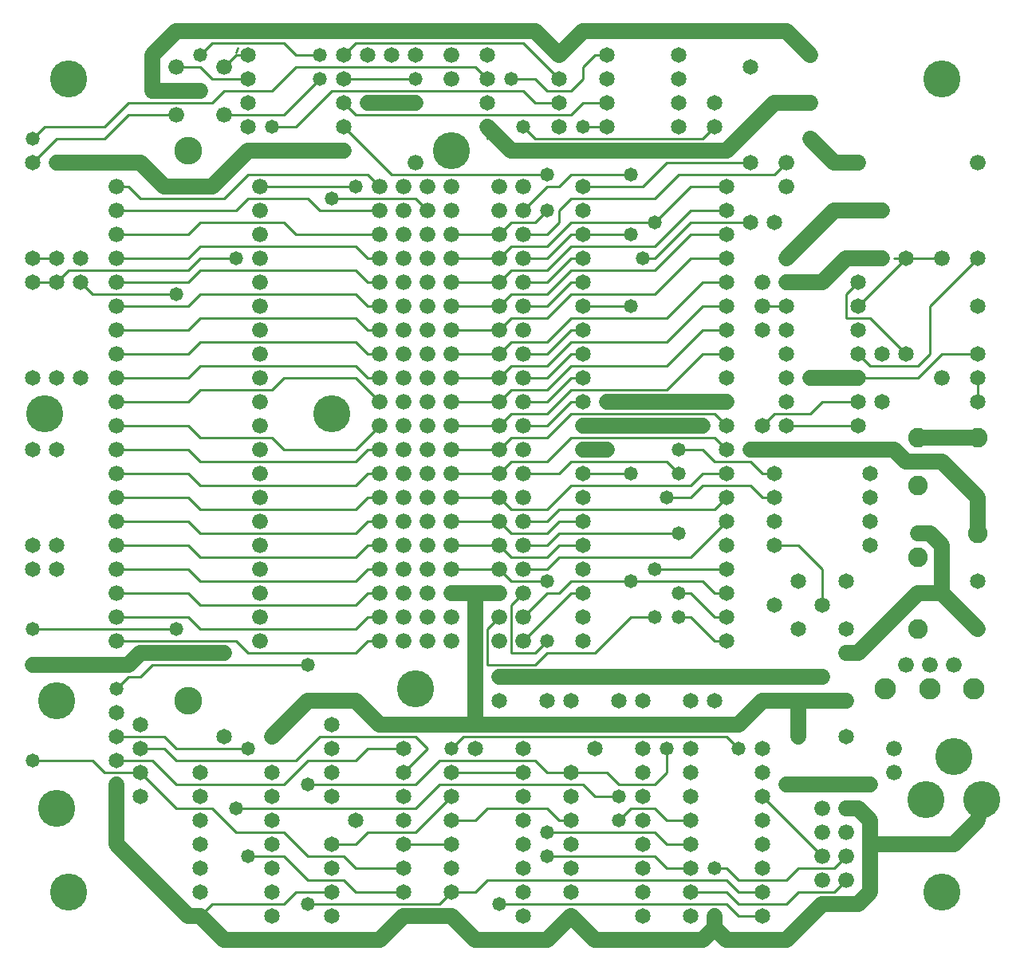
<source format=gbl>
%MOIN*%
%FSLAX25Y25*%
G04 D10 used for Character Trace; *
G04     Circle (OD=.01000) (No hole)*
G04 D11 used for Power Trace; *
G04     Circle (OD=.06700) (No hole)*
G04 D12 used for Signal Trace; *
G04     Circle (OD=.01100) (No hole)*
G04 D13 used for Via; *
G04     Circle (OD=.05800) (Round. Hole ID=.02800)*
G04 D14 used for Component hole; *
G04     Circle (OD=.06500) (Round. Hole ID=.03500)*
G04 D15 used for Component hole; *
G04     Circle (OD=.06600) (Round. Hole ID=.04200)*
G04 D16 used for Component hole; *
G04     Circle (OD=.08200) (Round. Hole ID=.05200)*
G04 D17 used for Component hole; *
G04     Circle (OD=.08950) (Round. Hole ID=.05950)*
G04 D18 used for Component hole; *
G04     Circle (OD=.11600) (Round. Hole ID=.08600)*
G04 D19 used for Component hole; *
G04     Circle (OD=.15500) (Round. Hole ID=.12500)*
G04 D20 used for Component hole; *
G04     Circle (OD=.18200) (Round. Hole ID=.15200)*
G04 D21 used for Component hole; *
G04     Circle (OD=.24300) (Round. Hole ID=.21300)*
%ADD10C,.01000*%
%ADD11C,.06700*%
%ADD12C,.01100*%
%ADD13C,.05800*%
%ADD14C,.06500*%
%ADD15C,.06600*%
%ADD16C,.08200*%
%ADD17C,.08950*%
%ADD18C,.11600*%
%ADD19C,.15500*%
%ADD20C,.18200*%
%ADD21C,.24300*%
%IPPOS*%
%LPD*%
G90*X0Y0D02*D19*X25000Y25000D03*D11*X65000D02*    
X45000Y45000D01*D13*X65000Y25000D03*D11*          
X75000Y15000D01*X80000D01*D14*D03*D11*            
X90000Y5000D01*X155000D01*X165000Y15000D01*D14*   
D03*D11*X185000D01*D14*D03*D11*X195000Y5000D01*   
X225000D01*X235000Y15000D01*D14*D03*D11*          
X245000Y5000D01*X290000D01*X295000Y10000D01*      
X300000Y5000D01*X325000D01*X340000Y20000D01*D15*  
D03*D11*X350000D01*D15*D03*D11*X355000D01*        
X360000Y25000D01*Y45000D01*X395000D01*            
X405000Y55000D01*X406700Y63500D01*D19*D03*        
X395000Y81500D03*X383300Y63500D03*D15*            
X370000Y85000D03*Y75000D03*D19*X390000Y25000D03*  
D13*X360000Y70000D03*D11*X325000D01*D13*D03*D14*  
X315000Y75000D03*Y65000D03*D12*X340000Y40000D01*  
D15*D03*D12*X330000Y35000D02*X345000D01*          
X325000Y30000D02*X330000Y35000D01*                
X305000Y30000D02*X325000D01*X305000D02*           
X300000Y35000D01*X295000D01*D13*D03*D12*          
X305000Y25000D02*X300000Y30000D01*                
X305000Y25000D02*X315000D01*D14*D03*D12*          
X305000Y15000D02*X315000D01*D14*D03*D12*          
X305000Y20000D02*X325000D01*X330000Y25000D01*     
X345000D01*X350000Y30000D01*D15*D03*D12*          
X345000Y35000D02*X350000Y40000D01*D15*D03*        
X340000Y50000D03*Y30000D03*X350000Y50000D03*D11*  
X360000Y45000D02*Y55000D01*X355000Y60000D01*      
X350000D01*D15*D03*X340000D03*D14*                
X350000Y90000D03*X330000D03*D11*Y105000D01*       
X315000D01*D14*D03*D11*X305000Y95000D01*D13*D03*  
D11*X265000D01*D13*D03*D11*X215000D01*D13*D03*D11*
X195000D01*X165000D01*D14*D03*D11*X155000D01*     
X145000Y105000D01*X125000D01*X110000Y90000D01*D14*
D03*D12*X70000Y80000D02*X120000D01*X70000D02*     
X65000Y85000D01*X55000D01*D14*D03*D12*            
X70000Y70000D02*X60000Y80000D01*X70000Y70000D02*  
X115000D01*X125000Y80000D01*X145000D01*           
X150000Y85000D01*X165000D01*D14*D03*D12*          
X175000D02*X170000Y90000D01*X165000Y75000D02*     
X175000Y85000D01*D14*X165000Y75000D03*D12*        
X125000Y70000D02*X170000D01*D13*X125000D03*D14*   
X135000Y65000D03*Y75000D03*D12*X120000Y80000D02*  
X130000Y90000D01*X170000D01*Y70000D02*            
X180000Y80000D01*D14*X165000Y65000D03*D12*        
X180000Y80000D02*X220000D01*X225000Y75000D01*     
X235000D01*D14*D03*D12*X250000D01*                
X255000Y70000D01*X270000D01*X275000Y75000D01*     
Y85000D01*D13*D03*D14*X285000Y75000D03*X265000D03*
X285000Y85000D03*X265000D03*X295000Y105000D03*    
X255000D03*D13*Y65000D03*D12*X245000D01*          
X240000Y70000D01*X180000D01*X170000Y60000D01*     
X95000D01*D13*D03*D12*Y50000D02*X85000Y60000D01*  
X95000Y50000D02*X115000D01*X125000Y40000D01*      
X140000D01*X145000Y35000D01*X165000D01*D14*D03*   
Y45000D03*D12*X185000D01*D14*D03*D12*Y55000D02*   
X195000D01*D14*X185000D03*D12*X195000D02*         
X200000Y60000D01*X225000D01*X230000Y55000D01*     
X235000D01*D14*D03*Y65000D03*Y45000D03*D13*       
X225000Y50000D03*D12*X270000D01*X275000Y45000D01* 
X285000D01*D14*D03*D12*X275000Y55000D02*          
X285000D01*D14*D03*Y65000D03*D12*X275000Y55000D02*
X270000Y60000D01*X260000D01*X255000Y55000D01*D13* 
D03*D14*X265000Y45000D03*Y65000D03*Y55000D03*D12* 
X275000Y35000D02*X270000Y40000D01*                
X275000Y35000D02*X285000D01*D14*D03*Y25000D03*D12*
X300000D01*X305000Y20000D01*Y15000D02*            
X300000Y20000D01*X205000D01*D13*D03*D14*          
X215000Y15000D03*D12*X185000Y25000D02*X195000D01* 
D14*X185000D03*D12*X180000Y20000D01*X125000D01*   
D13*D03*D12*X115000D02*X120000Y25000D01*          
X85000Y20000D02*X115000D01*X80000Y15000D02*       
X85000Y20000D01*D14*X80000Y25000D03*Y35000D03*D13*
X100000Y40000D03*D12*X115000D01*X125000Y30000D01* 
X140000D01*X145000Y25000D01*X165000D01*D14*D03*   
D12*X135000Y45000D02*X145000D01*D14*X135000D03*   
X145000Y55000D03*D12*Y45000D02*X150000Y50000D01*  
X170000D01*X185000Y65000D01*D14*D03*Y75000D03*D12*
X215000D01*D14*D03*Y85000D03*Y65000D03*D11*       
X195000Y95000D02*Y150000D01*X185000D01*D15*D03*   
X175000Y160000D03*Y140000D03*D11*                 
X195000Y150000D02*X205000D01*D15*D03*D12*         
X210000Y125000D02*Y145000D01*Y125000D02*          
X220000D01*X225000Y130000D01*D13*D03*D12*         
X220000Y120000D02*X225000Y125000D01*              
X200000Y120000D02*X220000D01*X200000D02*          
Y135000D01*X205000Y140000D01*D15*D03*D12*         
X210000Y145000D02*X215000Y150000D01*D15*D03*D12*  
X210000Y155000D02*X225000D01*D13*D03*D12*         
Y150000D02*X230000D01*X215000Y140000D02*          
X225000Y150000D01*D15*X215000Y140000D03*          
X205000Y130000D03*X215000D03*D12*                 
X235000Y150000D01*X240000D01*D14*D03*D12*         
X230000D02*X235000Y155000D01*X260000D01*D13*D03*  
D12*X290000D01*X295000Y150000D01*X300000D01*D14*  
D03*D12*X295000Y140000D02*X300000D01*D14*D03*D12* 
X295000D02*X285000Y150000D01*X280000D01*D13*D03*  
X270000Y160000D03*D12*X300000D01*D14*D03*         
Y170000D03*D12*X230000Y165000D02*X285000D01*      
X225000Y160000D02*X230000Y165000D01*              
X215000Y160000D02*X225000D01*D15*X215000D03*D12*  
X210000Y165000D02*X225000D01*X230000Y170000D01*   
X240000D01*D14*D03*D12*X225000Y175000D02*         
X230000Y180000D01*X210000Y175000D02*X225000D01*   
X210000D02*X205000Y180000D01*D15*D03*D12*         
X185000D01*D15*D03*X175000Y190000D03*Y170000D03*  
X185000Y190000D03*D12*X205000D01*D15*D03*D12*     
X210000Y185000D01*X225000D01*X235000Y195000D01*   
X285000D01*X290000Y200000D01*X300000D01*D14*D03*  
D12*X295000Y205000D02*X310000D01*                 
X315000Y200000D01*X320000D01*D14*D03*D13*         
X310000Y210000D03*D11*X335000D01*D13*D03*D11*     
X370000D01*X375000Y205000D01*X390000D01*          
X405000Y190000D01*Y175000D01*D16*D03*D11*         
X390000Y150000D02*Y170000D01*X405000Y135000D02*   
X390000Y150000D01*D14*X405000Y135000D03*D11*      
X380000Y150000D02*X390000D01*X355000Y125000D02*   
X380000Y150000D01*X350000Y125000D02*X355000D01*   
D15*X350000D03*X340000Y115000D03*D11*X315000D01*  
D13*D03*D11*X250000D01*D13*D03*D11*X205000D01*D13*
D03*D14*Y105000D03*D15*X185000Y130000D03*D14*     
X225000Y105000D03*D12*Y125000D02*X245000D01*      
X260000Y140000D01*X270000D01*D13*D03*X280000D03*  
D12*X285000D01*X295000Y130000D01*X300000D01*D14*  
D03*X320000Y145000D03*X285000Y105000D03*D11*      
X330000D02*X350000D01*D15*D03*D17*                
X366500Y110000D03*D15*X375000Y120000D03*D16*      
X380000Y135000D03*D14*X350000D03*X330000D03*D17*  
X385000Y110000D03*D15*Y120000D03*D14*             
X315000Y85000D03*X340000Y145000D03*D12*Y160000D01*
X330000Y170000D01*X320000D01*D14*D03*Y180000D03*  
X330000Y155000D03*X300000Y190000D03*D12*          
X295000Y185000D01*X230000D01*X225000Y180000D01*   
X215000D01*D15*D03*D12*Y170000D02*X225000D01*D15* 
X215000D03*D12*X210000Y165000D02*                 
X205000Y170000D01*D15*D03*D12*X185000D01*D15*D03* 
X175000Y180000D03*X185000Y160000D03*D12*          
X205000D01*D15*D03*D12*X210000Y155000D01*         
X225000Y170000D02*X230000Y175000D01*X280000D01*   
D13*D03*D12*X285000Y165000D02*X300000Y180000D01*  
D14*D03*D12*X315000Y190000D02*X310000Y195000D01*  
X315000Y190000D02*X320000D01*D14*D03*D12*         
X290000Y195000D02*X310000D01*X285000Y190000D02*   
X290000Y195000D01*X275000Y190000D02*X285000D01*   
D13*X275000D03*X280000Y200000D03*D12*             
X275000Y205000D01*X235000D01*X230000Y200000D01*   
X215000D01*D15*D03*D12*X205000D02*                
X210000Y205000D01*D15*X205000Y200000D03*D12*      
X185000D01*D15*D03*X175000Y210000D03*X185000D03*  
D12*X205000D01*D15*D03*D12*X210000Y215000D01*     
X225000D01*X235000Y225000D01*X295000D01*          
X300000Y220000D01*D14*D03*D12*Y210000D02*         
X295000Y215000D01*D14*X300000Y210000D03*D12*      
X235000Y215000D02*X295000D01*X225000Y205000D02*   
X235000Y215000D01*X210000Y205000D02*X225000D01*   
D15*X215000Y210000D03*D12*Y220000D02*X225000D01*  
D15*X215000D03*D12*X205000D02*X210000Y225000D01*  
D15*X205000Y220000D03*D12*X185000D01*D15*D03*     
X175000Y230000D03*X185000D03*D12*X205000D01*D15*  
D03*D12*X210000Y235000D01*X225000D01*             
X235000Y245000D01*X275000D01*X290000Y260000D01*   
X300000D01*D14*D03*D12*X275000Y255000D02*         
X290000Y270000D01*X235000Y255000D02*X275000D01*   
X225000Y245000D02*X235000Y255000D01*              
X210000Y245000D02*X225000D01*X205000Y240000D02*   
X210000Y245000D01*D15*X205000Y240000D03*D12*      
X185000D01*D15*D03*X175000Y250000D03*X185000D03*  
D12*X205000D01*D15*D03*D12*X210000Y255000D01*     
X225000D01*X235000Y265000D01*X275000D01*          
X290000Y280000D01*X300000D01*D14*D03*D12*         
X290000Y270000D02*X300000D01*D14*D03*             
X315000Y260000D03*D15*Y270000D03*D12*X325000D01*  
D14*D03*D15*X315000Y280000D03*D14*X325000D03*D11* 
X340000D01*X350000Y290000D01*X355000D01*D14*D03*  
D11*X365000D01*D14*D03*D12*X370000D02*X375000D01* 
D14*D03*D12*X355000Y270000D01*D14*D03*D12*        
X375000Y250000D02*X360000Y265000D01*D14*          
X375000Y250000D03*D12*X360000Y245000D02*          
X380000D01*X360000D02*X355000Y250000D01*D14*D03*  
X365000D03*X355000Y260000D03*Y240000D03*D11*      
X335000D01*D13*D03*D14*X325000Y250000D03*         
Y230000D03*Y240000D03*D12*X335000Y225000D02*      
X340000Y230000D01*X320000Y225000D02*X335000D01*   
X315000Y220000D02*X320000Y225000D01*D14*          
X315000Y220000D03*X325000D03*D12*X355000D01*D14*  
D03*X365000Y230000D03*X355000D03*D12*X340000D01*  
X355000Y240000D02*X380000D01*X390000Y250000D01*   
X405000D01*D14*D03*Y240000D03*D12*Y230000D01*D14* 
D03*D15*X390000Y240000D03*D16*X405000Y215000D03*  
D11*X380000D01*D16*D03*Y195000D03*D14*            
X360000Y200000D03*Y190000D03*D12*                 
X380000Y245000D02*X385000Y250000D01*Y270000D01*   
X405000Y290000D01*D14*D03*D15*X390000D03*D12*     
X375000D01*D13*X365000Y310000D03*D11*X345000D01*  
X335000Y300000D01*D15*D03*D11*X325000Y290000D01*  
D14*D03*X310000Y305000D03*D12*X285000D01*         
X270000Y290000D01*X265000D01*D13*D03*D12*         
X235000Y285000D02*X270000D01*X225000Y275000D02*   
X235000Y285000D01*X210000Y275000D02*X225000D01*   
X205000Y270000D02*X210000Y275000D01*D15*          
X205000Y270000D03*D12*X185000D01*D15*D03*         
X175000Y280000D03*Y260000D03*X185000Y280000D03*   
D12*X205000D01*D15*D03*D12*X210000Y285000D01*     
X225000D01*X235000Y295000D01*X270000D01*          
X285000Y310000D01*X300000D01*D14*D03*Y320000D03*  
D12*X285000D01*X270000Y305000D01*D13*D03*D12*     
X235000D01*X225000Y295000D01*X210000D01*          
X205000Y290000D01*D15*D03*D12*X185000D01*D15*D03* 
X175000Y300000D03*X185000D03*D12*X205000D01*D15*  
D03*D12*X210000Y305000D01*X220000D01*             
X225000Y310000D01*D13*D03*D12*Y300000D02*         
X230000Y305000D01*X215000Y300000D02*X225000D01*   
D15*X215000D03*D12*Y290000D02*X225000D01*D15*     
X215000D03*D12*Y280000D02*X225000D01*D15*         
X215000D03*D12*Y270000D02*X225000D01*D15*         
X215000D03*D12*X205000Y260000D02*                 
X210000Y265000D01*D15*X205000Y260000D03*D12*      
X185000D01*D15*D03*X175000Y270000D03*             
X165000Y280000D03*Y240000D03*Y270000D03*          
X175000Y240000D03*X165000Y260000D03*Y250000D03*   
D12*X210000Y265000D02*X225000D01*                 
X235000Y275000D01*X270000D01*X285000Y290000D01*   
X300000D01*D14*D03*Y300000D03*D12*X285000D01*     
X270000Y285000D01*D13*X260000Y270000D03*D12*      
X240000D01*D14*D03*D12*X225000Y250000D02*         
X235000Y260000D01*X215000Y250000D02*X225000D01*   
D15*X215000D03*D12*Y240000D02*X225000D01*D15*     
X215000D03*D12*Y230000D02*X225000D01*D15*         
X215000D03*D12*X210000Y225000D02*X225000D01*      
X235000Y235000D01*X275000D01*X290000Y250000D01*   
X300000D01*D14*D03*Y240000D03*Y230000D03*D11*     
X250000D01*D13*D03*D14*X240000Y240000D03*D12*     
X235000D01*X225000Y230000D01*Y220000D02*          
X235000Y230000D01*X240000D01*D14*D03*Y220000D03*  
D11*X290000D01*D13*D03*X280000Y210000D03*D12*     
X290000D01*X295000Y205000D01*D13*                 
X260000Y200000D03*D12*X240000D01*D14*D03*D13*     
X250000Y210000D03*D11*X240000D01*D14*D03*         
Y190000D03*D15*X215000D03*D12*X230000Y180000D02*  
X240000D01*D14*D03*Y160000D03*Y140000D03*         
Y130000D03*D15*X185000Y140000D03*D12*             
X225000Y240000D02*X235000Y250000D01*X240000D01*   
D14*D03*Y260000D03*D12*X235000D01*                
X225000Y270000D02*X235000Y280000D01*X240000D01*   
D14*D03*Y290000D03*D12*X235000D01*                
X225000Y280000D01*Y290000D02*X235000Y300000D01*   
X240000D01*D14*D03*D12*X260000D01*D13*D03*D12*    
X235000Y315000D02*X270000D01*X230000Y310000D02*   
X235000Y315000D01*X230000Y305000D02*Y310000D01*   
D14*X240000D03*D15*X215000Y320000D03*D14*         
X240000D03*D12*X265000D01*X275000Y330000D01*      
X310000D01*D14*D03*D12*X280000Y325000D02*         
X320000D01*X270000Y315000D02*X280000Y325000D01*   
D13*X260000D03*D12*X235000D01*X230000Y320000D01*  
X225000D01*X215000Y310000D01*D15*D03*             
X205000Y320000D03*Y310000D03*D13*                 
X225000Y325000D03*D12*X160000D01*                 
X140000Y345000D01*D14*D03*D12*X145000Y350000D02*  
X235000D01*X240000Y355000D01*X250000D01*D14*D03*  
D12*X235000Y360000D02*X240000Y365000D01*          
X225000Y360000D02*X235000D01*X225000D02*          
X220000Y365000D01*X210000D01*D13*D03*D12*         
X220000Y355000D02*X215000Y360000D01*              
X220000Y355000D02*X230000D01*D14*D03*D13*         
X240000Y345000D03*D12*X250000D01*D14*D03*D13*     
X260000Y335000D03*D11*X250000D01*D13*D03*D11*     
X210000D01*X200000Y345000D01*D14*D03*D12*         
Y340000D01*D14*Y355000D03*D13*X215000Y345000D03*  
D12*X220000Y340000D01*X290000D01*                 
X295000Y345000D01*D14*D03*Y355000D03*D11*         
X280000Y335000D02*X300000D01*D13*X280000D03*D11*  
X260000D01*D14*X280000Y355000D03*Y345000D03*      
X230000Y365000D03*D12*X215000Y380000D01*          
X145000D01*X140000Y375000D01*D14*D03*D13*         
X130000Y365000D03*D12*X115000Y350000D01*X90000D01*
D15*D03*D12*X50000Y355000D02*X85000D01*           
X40000Y345000D02*X50000Y355000D01*                
X15000Y345000D02*X40000D01*X10000Y340000D02*      
X15000Y345000D01*D13*X10000Y340000D03*D14*        
X20000Y330000D03*D11*X30000D01*D14*D03*D11*       
X55000D01*D13*D03*D11*X65000Y320000D01*X85000D01* 
X100000Y335000D01*X140000D01*D13*D03*D12*         
X155000Y320000D02*X150000Y325000D01*D15*          
X155000Y320000D03*D12*X100000Y325000D02*          
X150000D01*X90000Y315000D02*X100000Y325000D01*    
X55000Y315000D02*X90000D01*X55000D02*             
X50000Y320000D01*X45000D01*D15*D03*Y310000D03*D12*
X95000D01*X100000Y315000D01*X125000D01*           
X130000Y310000D01*X155000D01*D15*D03*             
X165000Y300000D03*Y320000D03*D13*X145000D03*D12*  
X105000D01*D15*D03*Y310000D03*D12*                
X120000Y300000D02*X115000Y305000D01*              
X120000Y300000D02*X155000D01*D15*D03*             
X165000Y290000D03*Y310000D03*D12*                 
X150000Y290000D02*X155000D01*D15*D03*D12*         
X150000D02*X145000Y295000D01*X80000D01*           
X75000Y290000D01*X45000D01*D15*D03*Y300000D03*D12*
X75000D01*X80000Y305000D01*X115000D01*D15*        
X105000Y300000D03*Y290000D03*D13*                 
X135000Y315000D03*D12*X170000D01*                 
X175000Y310000D01*D15*D03*X185000Y320000D03*      
Y310000D03*X175000Y320000D03*Y290000D03*          
X170000Y330000D03*D19*X185000Y335000D03*D12*      
X150000Y280000D02*X155000D01*D15*D03*D12*         
X150000D02*X145000Y285000D01*X80000D01*           
X75000Y280000D01*X45000D01*D15*D03*Y270000D03*D12*
X75000D01*X80000Y275000D01*X145000D01*            
X150000Y270000D01*X155000D01*D15*D03*D12*         
X150000Y260000D02*X155000D01*D15*D03*D12*         
X150000D02*X145000Y265000D01*X80000D01*           
X75000Y260000D01*X45000D01*D15*D03*Y250000D03*D12*
X75000D01*X80000Y255000D01*X145000D01*            
X150000Y250000D01*X155000D01*D15*D03*D12*         
Y230000D02*X145000Y240000D01*D15*                 
X155000Y230000D03*X165000Y220000D03*D12*          
X115000Y240000D02*X145000D01*X110000Y235000D02*   
X115000Y240000D01*X80000Y235000D02*X110000D01*    
X75000Y230000D02*X80000Y235000D01*                
X45000Y230000D02*X75000D01*D15*X45000D03*         
Y240000D03*D12*X75000D01*X80000Y245000D01*        
X145000D01*X150000Y240000D01*X155000D01*D15*D03*  
X165000Y230000D03*X175000Y220000D03*X155000D03*   
D12*X145000Y210000D01*X115000D01*                 
X110000Y215000D01*X80000D01*X75000Y220000D01*     
X45000D01*D15*D03*Y210000D03*D12*X75000D01*       
X80000Y205000D01*X145000D01*X150000Y210000D01*    
X155000D01*D15*D03*X165000Y200000D03*D12*         
X145000Y195000D02*X150000Y200000D01*              
X80000Y195000D02*X145000D01*X80000D02*            
X75000Y200000D01*X45000D01*D15*D03*Y190000D03*D12*
X75000D01*X80000Y185000D01*X145000D01*            
X150000Y190000D01*X155000D01*D15*D03*             
X165000Y180000D03*D12*X145000Y175000D02*          
X150000Y180000D01*X80000Y175000D02*X145000D01*    
X80000D02*X75000Y180000D01*X45000D01*D15*D03*     
Y170000D03*D12*X75000D01*X80000Y165000D01*        
X145000D01*X150000Y170000D01*X155000D01*D15*D03*  
X165000Y160000D03*D12*X145000Y155000D02*          
X150000Y160000D01*X80000Y155000D02*X145000D01*    
X80000D02*X75000Y160000D01*X45000D01*D15*D03*     
Y150000D03*D12*X75000D01*X80000Y145000D01*        
X145000D01*X150000Y150000D01*X155000D01*D15*D03*  
X165000Y140000D03*D12*X145000Y135000D02*          
X150000Y140000D01*X80000Y135000D02*X145000D01*    
X80000D02*X75000Y140000D01*X45000D01*D15*D03*     
Y130000D03*D12*X95000D01*X100000Y125000D01*       
X145000D01*X150000Y130000D01*X155000D01*D15*D03*  
X165000D03*X155000Y140000D03*D12*X150000D01*D15*  
X165000Y150000D03*X155000Y160000D03*D12*          
X150000D01*D15*X165000Y170000D03*                 
X155000Y180000D03*D12*X150000D01*D15*             
X165000Y190000D03*X155000Y200000D03*D12*          
X150000D01*D15*X165000Y210000D03*                 
X175000Y200000D03*D19*X135000Y225000D03*D15*      
X105000Y240000D03*Y230000D03*Y220000D03*          
Y210000D03*Y200000D03*Y190000D03*Y180000D03*      
Y170000D03*Y160000D03*Y150000D03*X175000D03*      
X105000Y250000D03*Y140000D03*Y260000D03*          
X215000D03*X105000Y130000D03*X175000D03*          
X105000Y270000D03*D13*X90000Y125000D03*D11*       
X55000D01*X50000Y120000D01*X20000D01*D14*D03*D11* 
X10000D01*D14*D03*D13*Y135000D03*D12*X70000D01*   
D13*D03*D12*X55000Y115000D02*X60000Y120000D01*    
X50000Y115000D02*X55000D01*X45000Y110000D02*      
X50000Y115000D01*D13*X45000Y110000D03*D14*        
Y100000D03*D12*X60000Y120000D02*X125000D01*D13*   
D03*D14*X135000Y95000D03*D13*X100000Y85000D03*D12*
X70000D01*X65000Y90000D01*X45000D01*D14*D03*D12*  
X40000Y75000D02*X35000Y80000D01*X40000Y75000D02*  
X55000D01*D14*D03*D12*X70000Y60000D01*X85000D01*  
D14*X80000Y65000D03*Y55000D03*Y45000D03*Y75000D03*
X110000Y35000D03*D12*X45000Y80000D02*X60000D01*   
D14*X45000D03*D12*X10000D02*X35000D01*D13*        
X10000D03*D19*X20000Y60000D03*Y105000D03*D11*     
X45000Y45000D02*Y70000D01*D14*D03*X55000Y65000D03*
Y95000D03*D18*X75000Y105000D03*D14*               
X90000Y90000D03*X110000Y15000D03*Y25000D03*       
Y45000D03*Y55000D03*Y65000D03*Y75000D03*D12*      
X120000Y25000D02*X135000D01*D14*D03*Y35000D03*    
Y15000D03*X165000Y55000D03*X185000Y35000D03*      
X195000Y85000D03*D13*X185000D03*D12*              
X190000Y90000D01*X300000D01*X305000Y85000D01*D13* 
D03*D14*X315000Y55000D03*X265000Y105000D03*       
X315000Y45000D03*D12*X225000Y40000D02*X270000D01* 
D13*X225000D03*D14*X235000Y35000D03*              
X215000Y45000D03*Y35000D03*Y25000D03*Y55000D03*   
X235000Y25000D03*D12*X195000D02*X200000Y30000D01* 
X300000D01*D14*X285000Y15000D03*D13*X295000D03*   
D11*Y10000D01*D14*X315000Y35000D03*X265000D03*    
Y25000D03*Y15000D03*X245000Y85000D03*             
X235000Y105000D03*D15*X395000Y120000D03*D17*      
X403500Y110000D03*D19*X170000D03*D14*             
X405000Y155000D03*X350000D03*D16*                 
X380000Y165000D03*D11*X390000Y170000D02*          
X385000Y175000D01*X380000D01*D15*D03*D14*         
X360000Y180000D03*Y170000D03*X325000Y260000D03*   
D12*X350000Y265000D02*X360000D01*X350000D02*      
Y275000D01*X355000Y280000D01*D14*D03*             
X320000Y305000D03*D15*X325000Y320000D03*D12*      
X320000Y325000D02*X325000Y330000D01*D15*D03*      
X335000Y340000D03*D11*X345000Y330000D01*          
X355000D01*D15*D03*X335000Y355000D03*D11*         
X320000D01*X300000Y335000D01*D14*                 
X280000Y365000D03*X310000Y370000D03*D15*          
X335000Y375000D03*D11*X325000Y385000D01*          
X240000D01*X230000Y375000D01*D14*D03*D11*         
X220000Y385000D01*X185000D01*D15*D03*D11*         
X70000D01*X60000Y375000D01*Y360000D01*D15*D03*D11*
X80000D01*D15*D03*D12*X85000Y355000D02*           
X90000Y360000D01*X110000D01*X120000Y370000D01*    
X195000D01*X200000Y365000D01*D14*D03*Y375000D03*  
D15*X185000D03*D12*X135000Y360000D02*X215000D01*  
X120000Y345000D02*X135000Y360000D01*              
X110000Y345000D02*X120000D01*D13*X110000D03*D14*  
X100000Y355000D03*Y345000D03*Y365000D03*D12*      
X85000D01*X80000Y370000D01*X70000D01*D15*D03*D13* 
X80000Y375000D03*D12*X85000Y380000D01*X115000D01* 
X120000Y375000D01*X130000D01*D13*D03*D14*         
X140000Y365000D03*D12*X170000D01*D13*D03*D14*     
X160000Y375000D03*Y355000D03*D11*X150000D01*D14*  
D03*D12*X145000Y350000D02*X140000Y355000D01*D14*  
D03*X150000Y375000D03*D11*X160000Y355000D02*      
X170000D01*D14*D03*D15*X185000Y365000D03*D14*     
X170000Y375000D03*X230000Y345000D03*              
X100000Y375000D03*D12*X95000D01*D10*              
X95837Y377871D02*X95000Y375957D01*D12*            
X90000Y370000D02*X95000Y375000D01*D15*            
X90000Y370000D03*D10*X95837Y377871D02*            
X95000Y375957D01*D15*X70000Y350000D03*D12*        
X50000D01*X40000Y340000D01*X20000D01*             
X10000Y330000D01*D14*D03*D19*X25000Y365000D03*D14*
X10000Y290000D03*D12*X20000D01*D14*D03*D12*       
Y280000D02*X25000Y285000D01*D14*X20000Y280000D03* 
D12*X10000D01*D14*D03*D12*X25000Y285000D02*       
X75000D01*X80000Y290000D01*X95000D01*D13*D03*D15* 
X105000Y280000D03*D13*X70000Y275000D03*D12*       
X35000D01*X30000Y280000D01*D14*D03*Y290000D03*    
X10000Y240000D03*X20000D03*X30000D03*D18*         
X75000Y335000D03*D19*X15000Y225000D03*D14*        
X10000Y210000D03*X20000D03*X10000Y170000D03*      
X20000D03*X10000Y160000D03*X20000D03*             
X135000Y85000D03*D12*X240000Y365000D02*Y370000D01*
X245000Y375000D01*X250000D01*D14*D03*Y365000D03*  
X280000Y375000D03*D19*X390000Y365000D03*D14*      
X405000Y270000D03*D15*Y330000D03*M02*             

</source>
